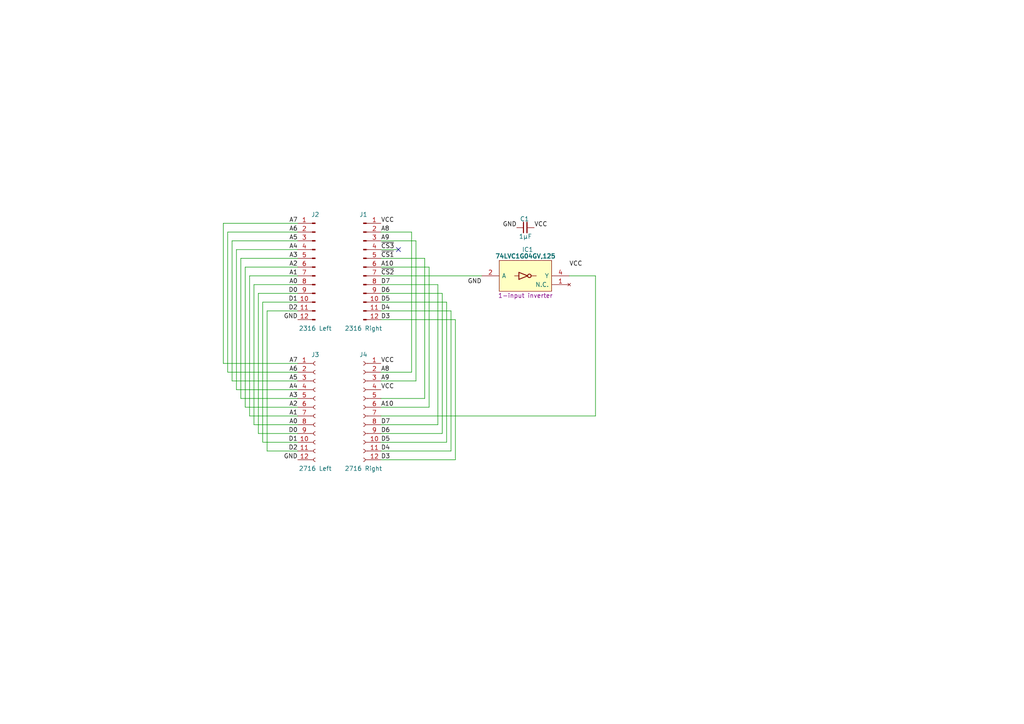
<source format=kicad_sch>
(kicad_sch (version 20250114) (generator "eeschema") (generator_version "9.0")
  (paper "A4")
  (title_block (title "2316 to 2716 ROM Adapter") (date "2025-06-21") (rev "V0"))
  (lib_symbols
    (symbol "Connector:Conn_01x12_Pin" (pin_names (offset 1.016) (hide yes))
      (property "Reference" "J" (at 0 15.24 0))
      (property "Value" "Conn_01x12_Pin" (at 0 -17.78 0))
      (symbol "Conn_01x12_Pin_1_1"
        (rectangle (start 0.8636 12.827) (end 0 12.573) (stroke (width 0.1524)) (fill (type outline)))
        (rectangle (start 0.8636 10.287) (end 0 10.033) (stroke (width 0.1524)) (fill (type outline)))
        (rectangle (start 0.8636 7.747) (end 0 7.493) (stroke (width 0.1524)) (fill (type outline)))
        (rectangle (start 0.8636 5.207) (end 0 4.953) (stroke (width 0.1524)) (fill (type outline)))
        (rectangle (start 0.8636 2.667) (end 0 2.413) (stroke (width 0.1524)) (fill (type outline)))
        (rectangle (start 0.8636 0.127) (end 0 -0.127) (stroke (width 0.1524)) (fill (type outline)))
        (rectangle (start 0.8636 -2.413) (end 0 -2.667) (stroke (width 0.1524)) (fill (type outline)))
        (rectangle (start 0.8636 -4.953) (end 0 -5.207) (stroke (width 0.1524)) (fill (type outline)))
        (rectangle (start 0.8636 -7.493) (end 0 -7.747) (stroke (width 0.1524)) (fill (type outline)))
        (rectangle (start 0.8636 -10.033) (end 0 -10.287) (stroke (width 0.1524)) (fill (type outline)))
        (rectangle (start 0.8636 -12.573) (end 0 -12.827) (stroke (width 0.1524)) (fill (type outline)))
        (rectangle (start 0.8636 -15.113) (end 0 -15.367) (stroke (width 0.1524)) (fill (type outline)))
        (polyline (pts (xy 1.27 12.7) (xy 0.8636 12.7)) (stroke (width 0.1524)))
        (polyline (pts (xy 1.27 10.16) (xy 0.8636 10.16)) (stroke (width 0.1524)))
        (polyline (pts (xy 1.27 7.62) (xy 0.8636 7.62)) (stroke (width 0.1524)))
        (polyline (pts (xy 1.27 5.08) (xy 0.8636 5.08)) (stroke (width 0.1524)))
        (polyline (pts (xy 1.27 2.54) (xy 0.8636 2.54)) (stroke (width 0.1524)))
        (polyline (pts (xy 1.27 0) (xy 0.8636 0)) (stroke (width 0.1524)))
        (polyline (pts (xy 1.27 -2.54) (xy 0.8636 -2.54)) (stroke (width 0.1524)))
        (polyline (pts (xy 1.27 -5.08) (xy 0.8636 -5.08)) (stroke (width 0.1524)))
        (polyline (pts (xy 1.27 -7.62) (xy 0.8636 -7.62)) (stroke (width 0.1524)))
        (polyline (pts (xy 1.27 -10.16) (xy 0.8636 -10.16)) (stroke (width 0.1524)))
        (polyline (pts (xy 1.27 -12.7) (xy 0.8636 -12.7)) (stroke (width 0.1524)))
        (polyline (pts (xy 1.27 -15.24) (xy 0.8636 -15.24)) (stroke (width 0.1524)))
        (pin passive line (at 5.08 12.7 180) (length 3.81) (name "Pin_1") (number "1"))
        (pin passive line (at 5.08 10.16 180) (length 3.81) (name "Pin_2") (number "2"))
        (pin passive line (at 5.08 7.62 180) (length 3.81) (name "Pin_3") (number "3"))
        (pin passive line (at 5.08 5.08 180) (length 3.81) (name "Pin_4") (number "4"))
        (pin passive line (at 5.08 2.54 180) (length 3.81) (name "Pin_5") (number "5"))
        (pin passive line (at 5.08 0 180) (length 3.81) (name "Pin_6") (number "6"))
        (pin passive line (at 5.08 -2.54 180) (length 3.81) (name "Pin_7") (number "7"))
        (pin passive line (at 5.08 -5.08 180) (length 3.81) (name "Pin_8") (number "8"))
        (pin passive line (at 5.08 -7.62 180) (length 3.81) (name "Pin_9") (number "9"))
        (pin passive line (at 5.08 -10.16 180) (length 3.81) (name "Pin_10") (number "10"))
        (pin passive line (at 5.08 -12.7 180) (length 3.81) (name "Pin_11") (number "11"))
        (pin passive line (at 5.08 -15.24 180) (length 3.81) (name "Pin_12") (number "12"))
      )
    )
    (symbol "Connector:Conn_01x12_Socket" (pin_names (offset 1.016) (hide yes))
      (property "Reference" "J" (at 0 15.24 0))
      (property "Value" "Conn_01x12_Socket" (at 0 -17.78 0))
      (symbol "Conn_01x12_Socket_1_1"
        (polyline (pts (xy -1.27 12.7) (xy -0.508 12.7)) (stroke (width 0.1524)))
        (polyline (pts (xy -1.27 10.16) (xy -0.508 10.16)) (stroke (width 0.1524)))
        (polyline (pts (xy -1.27 7.62) (xy -0.508 7.62)) (stroke (width 0.1524)))
        (polyline (pts (xy -1.27 5.08) (xy -0.508 5.08)) (stroke (width 0.1524)))
        (polyline (pts (xy -1.27 2.54) (xy -0.508 2.54)) (stroke (width 0.1524)))
        (polyline (pts (xy -1.27 0) (xy -0.508 0)) (stroke (width 0.1524)))
        (polyline (pts (xy -1.27 -2.54) (xy -0.508 -2.54)) (stroke (width 0.1524)))
        (polyline (pts (xy -1.27 -5.08) (xy -0.508 -5.08)) (stroke (width 0.1524)))
        (polyline (pts (xy -1.27 -7.62) (xy -0.508 -7.62)) (stroke (width 0.1524)))
        (polyline (pts (xy -1.27 -10.16) (xy -0.508 -10.16)) (stroke (width 0.1524)))
        (polyline (pts (xy -1.27 -12.7) (xy -0.508 -12.7)) (stroke (width 0.1524)))
        (polyline (pts (xy -1.27 -15.24) (xy -0.508 -15.24)) (stroke (width 0.1524)))
        (arc (start 0 12.192) (mid -0.5058 12.7) (end 0 13.208) (stroke (width 0.1524)))
        (arc (start 0 9.652) (mid -0.5058 10.16) (end 0 10.668) (stroke (width 0.1524)))
        (arc (start 0 7.112) (mid -0.5058 7.62) (end 0 8.128) (stroke (width 0.1524)))
        (arc (start 0 4.572) (mid -0.5058 5.08) (end 0 5.588) (stroke (width 0.1524)))
        (arc (start 0 2.032) (mid -0.5058 2.54) (end 0 3.048) (stroke (width 0.1524)))
        (arc (start 0 -0.508) (mid -0.5058 0) (end 0 0.508) (stroke (width 0.1524)))
        (arc (start 0 -3.048) (mid -0.5058 -2.54) (end 0 -2.032) (stroke (width 0.1524)))
        (arc (start 0 -5.588) (mid -0.5058 -5.08) (end 0 -4.572) (stroke (width 0.1524)))
        (arc (start 0 -8.128) (mid -0.5058 -7.62) (end 0 -7.112) (stroke (width 0.1524)))
        (arc (start 0 -10.668) (mid -0.5058 -10.16) (end 0 -9.652) (stroke (width 0.1524)))
        (arc (start 0 -13.208) (mid -0.5058 -12.7) (end 0 -12.192) (stroke (width 0.1524)))
        (arc (start 0 -15.748) (mid -0.5058 -15.24) (end 0 -14.732) (stroke (width 0.1524)))
        (pin passive line (at -5.08 12.7 0) (length 3.81) (name "Pin_1") (number "1"))
        (pin passive line (at -5.08 10.16 0) (length 3.81) (name "Pin_2") (number "2"))
        (pin passive line (at -5.08 7.62 0) (length 3.81) (name "Pin_3") (number "3"))
        (pin passive line (at -5.08 5.08 0) (length 3.81) (name "Pin_4") (number "4"))
        (pin passive line (at -5.08 2.54 0) (length 3.81) (name "Pin_5") (number "5"))
        (pin passive line (at -5.08 0 0) (length 3.81) (name "Pin_6") (number "6"))
        (pin passive line (at -5.08 -2.54 0) (length 3.81) (name "Pin_7") (number "7"))
        (pin passive line (at -5.08 -5.08 0) (length 3.81) (name "Pin_8") (number "8"))
        (pin passive line (at -5.08 -7.62 0) (length 3.81) (name "Pin_9") (number "9"))
        (pin passive line (at -5.08 -10.16 0) (length 3.81) (name "Pin_10") (number "10"))
        (pin passive line (at -5.08 -12.7 0) (length 3.81) (name "Pin_11") (number "11"))
        (pin passive line (at -5.08 -15.24 0) (length 3.81) (name "Pin_12") (number "12"))
      )
    )
    (symbol "HCP65:C_0805" (pin_numbers (hide yes)) (pin_names (offset 0.254) (hide yes))
      (property "Reference" "C" (at 2.286 2.54 0))
      (property "Value" "?μF" (at 2.54 -2.54 0))
      (symbol "C_0805_0_1"
        (polyline (pts (xy 1.9685 -1.4605) (xy 1.9685 1.5875)) (stroke (width 0.3048)))
        (polyline (pts (xy 2.9845 -1.4605) (xy 2.9845 1.5875)) (stroke (width 0.3302)))
      )
      (symbol "C_0805_1_1"
        (pin passive line (at 0 0 0) (length 2.032) (name "~") (number "1"))
        (pin passive line (at 5.08 0 180) (length 2.032) (name "~") (number "2"))
      )
    )
    (symbol "Nexperia:74LVC1G04GV,125" (pin_names (offset 0.762))
      (property "Reference" "IC" (at 13.335 5.08 0))
      (property "Value" "74LVC1G04GV,125" (at 12.7 3.175 0))
      (property "Description" "1-input inverter" (at 12.7 -8.255 0))
      (symbol "74LVC1G04GV,125_0_0"
        (pin input line (at 0 -2.54 0) (length 5.08) (name "A") (number "2"))
        (pin passive line (at 0 -5.08 0) (length 5.08) (hide yes) (name "GND") (number "3"))
        (pin passive line (at 25.4 0 180) (length 5.08) (hide yes) (name "3V") (number "5"))
        (pin output line (at 25.4 -2.54 180) (length 5.08) (name "Y") (number "4"))
        (pin no_connect line (at 25.4 -5.08 180) (length 5.08) (name "N.C.") (number "1"))
      )
      (symbol "74LVC1G04GV,125_0_1"
        (polyline (pts (xy 5.08 1.905) (xy 20.32 1.905) (xy 20.32 -6.985) (xy 5.08 -6.985) (xy 5.08 1.905)) (stroke (width 0.1524)) (fill (type background)))
        (polyline (pts (xy 9.525 -2.54) (xy 10.7949 -2.54)))
        (rectangle (start 10.795 -1.524) (end 10.795 -3.556) (stroke (width 0.254)) (fill (type background)))
        (polyline (pts (xy 10.795 -3.556) (xy 13.335 -2.54) (xy 10.795 -1.524)) (stroke (width 0.254)))
        (circle (center 13.843 -2.54) (radius 0.508) (stroke (width 0.254)))
        (polyline (pts (xy 14.351 -2.54) (xy 15.875 -2.54)))
      )
    )
  )
  (no_connect (at 115.57 72.39))
  (wire (pts (xy 86.36 130.81) (xy 77.47 130.81)))
  (wire (pts (xy 128.27 125.73) (xy 128.27 85.09)))
  (wire (pts (xy 66.04 107.95) (xy 86.36 107.95)))
  (wire (pts (xy 86.36 72.39) (xy 68.58 72.39)))
  (wire (pts (xy 128.27 85.09) (xy 110.49 85.09)))
  (wire (pts (xy 86.36 74.93) (xy 69.85 74.93)))
  (wire (pts (xy 119.38 107.95) (xy 110.49 107.95)))
  (wire (pts (xy 64.77 105.41) (xy 86.36 105.41)))
  (wire (pts (xy 129.54 128.27) (xy 129.54 87.63)))
  (wire (pts (xy 110.49 130.81) (xy 130.81 130.81)))
  (wire (pts (xy 110.49 67.31) (xy 119.38 67.31)))
  (wire (pts (xy 123.19 115.57) (xy 123.19 74.93)))
  (wire (pts (xy 86.36 69.85) (xy 67.31 69.85)))
  (wire (pts (xy 76.2 128.27) (xy 86.36 128.27)))
  (wire (pts (xy 86.36 80.01) (xy 72.39 80.01)))
  (wire (pts (xy 172.72 120.65) (xy 172.72 80.01)))
  (wire (pts (xy 124.46 118.11) (xy 124.46 77.47)))
  (wire (pts (xy 119.38 67.31) (xy 119.38 107.95)))
  (wire (pts (xy 130.81 130.81) (xy 130.81 90.17)))
  (wire (pts (xy 120.65 110.49) (xy 120.65 69.85)))
  (wire (pts (xy 72.39 120.65) (xy 86.36 120.65)))
  (wire (pts (xy 110.49 118.11) (xy 124.46 118.11)))
  (wire (pts (xy 86.36 85.09) (xy 74.93 85.09)))
  (wire (pts (xy 71.12 77.47) (xy 71.12 118.11)))
  (wire (pts (xy 77.47 90.17) (xy 86.36 90.17)))
  (wire (pts (xy 86.36 67.31) (xy 66.04 67.31)))
  (wire (pts (xy 66.04 67.31) (xy 66.04 107.95)))
  (wire (pts (xy 73.66 82.55) (xy 73.66 123.19)))
  (wire (pts (xy 110.49 110.49) (xy 120.65 110.49)))
  (wire (pts (xy 132.08 92.71) (xy 110.49 92.71)))
  (wire (pts (xy 172.72 80.01) (xy 165.1 80.01)))
  (wire (pts (xy 110.49 125.73) (xy 128.27 125.73)))
  (wire (pts (xy 120.65 69.85) (xy 110.49 69.85)))
  (wire (pts (xy 110.49 133.35) (xy 132.08 133.35)))
  (wire (pts (xy 76.2 87.63) (xy 76.2 128.27)))
  (wire (pts (xy 129.54 87.63) (xy 110.49 87.63)))
  (wire (pts (xy 77.47 130.81) (xy 77.47 90.17)))
  (wire (pts (xy 110.49 128.27) (xy 129.54 128.27)))
  (wire (pts (xy 110.49 80.01) (xy 139.7 80.01)))
  (wire (pts (xy 86.36 64.77) (xy 64.77 64.77)))
  (wire (pts (xy 74.93 125.73) (xy 86.36 125.73)))
  (wire (pts (xy 86.36 87.63) (xy 76.2 87.63)))
  (wire (pts (xy 64.77 64.77) (xy 64.77 105.41)))
  (wire (pts (xy 68.58 72.39) (xy 68.58 113.03)))
  (wire (pts (xy 69.85 74.93) (xy 69.85 115.57)))
  (wire (pts (xy 86.36 82.55) (xy 73.66 82.55)))
  (wire (pts (xy 110.49 115.57) (xy 123.19 115.57)))
  (wire (pts (xy 110.49 72.39) (xy 115.57 72.39)))
  (wire (pts (xy 110.49 120.65) (xy 172.72 120.65)))
  (wire (pts (xy 124.46 77.47) (xy 110.49 77.47)))
  (wire (pts (xy 69.85 115.57) (xy 86.36 115.57)))
  (wire (pts (xy 123.19 74.93) (xy 110.49 74.93)))
  (wire (pts (xy 71.12 118.11) (xy 86.36 118.11)))
  (wire (pts (xy 73.66 123.19) (xy 86.36 123.19)))
  (wire (pts (xy 86.36 77.47) (xy 71.12 77.47)))
  (wire (pts (xy 127 123.19) (xy 127 82.55)))
  (wire (pts (xy 67.31 69.85) (xy 67.31 110.49)))
  (wire (pts (xy 68.58 113.03) (xy 86.36 113.03)))
  (wire (pts (xy 72.39 80.01) (xy 72.39 120.65)))
  (wire (pts (xy 110.49 123.19) (xy 127 123.19)))
  (wire (pts (xy 74.93 85.09) (xy 74.93 125.73)))
  (wire (pts (xy 67.31 110.49) (xy 86.36 110.49)))
  (wire (pts (xy 127 82.55) (xy 110.49 82.55)))
  (wire (pts (xy 130.81 90.17) (xy 110.49 90.17)))
  (wire (pts (xy 132.08 133.35) (xy 132.08 92.71)))
  (label "D4" (at 110.49 90.17 0))
  (label "A5" (at 86.36 110.49 180))
  (label "D7" (at 110.49 82.55 0))
  (label "A1" (at 86.36 120.65 180))
  (label "D6" (at 110.49 125.73 0))
  (label "A6" (at 86.36 107.95 180))
  (label "A9" (at 110.49 69.85 0))
  (label "A4" (at 86.36 72.39 180))
  (label "A10" (at 110.49 118.11 0))
  (label "D6" (at 110.49 85.09 0))
  (label "VCC" (at 110.49 64.77 0))
  (label "A7" (at 86.36 64.77 180))
  (label "A4" (at 86.36 113.03 180))
  (label "D4" (at 110.49 130.81 0))
  (label "A5" (at 86.36 69.85 180))
  (label "A0" (at 86.36 123.19 180))
  (label "D0" (at 86.36 85.09 180))
  (label "D3" (at 110.49 133.35 0))
  (label "~{CS2}" (at 110.49 80.01 0))
  (label "D2" (at 86.36 90.17 180))
  (label "A2" (at 86.36 118.11 180))
  (label "A7" (at 86.36 105.41 180))
  (label "D5" (at 110.49 87.63 0))
  (label "GND" (at 139.7 82.55 180))
  (label "GND" (at 86.36 92.71 180))
  (label "D0" (at 86.36 125.73 180))
  (label "A1" (at 86.36 80.01 180))
  (label "A9" (at 110.49 110.49 0))
  (label "GND" (at 86.36 133.35 180))
  (label "D5" (at 110.49 128.27 0))
  (label "A8" (at 110.49 67.31 0))
  (label "VCC" (at 110.49 113.03 0))
  (label "~{CS3}" (at 110.49 72.39 0))
  (label "~{CS1}" (at 110.49 74.93 0))
  (label "A0" (at 86.36 82.55 180))
  (label "VCC" (at 165.1 77.47 0))
  (label "VCC" (at 110.49 105.41 0))
  (label "A3" (at 86.36 115.57 180))
  (label "D7" (at 110.49 123.19 0))
  (label "A8" (at 110.49 107.95 0))
  (label "GND" (at 149.86 66.04 180))
  (label "D1" (at 86.36 128.27 180))
  (label "A3" (at 86.36 74.93 180))
  (label "VCC" (at 154.94 66.04 0))
  (label "A2" (at 86.36 77.47 180))
  (label "D2" (at 86.36 130.81 180))
  (label "D1" (at 86.36 87.63 180))
  (label "A10" (at 110.49 77.47 0))
  (label "A6" (at 86.36 67.31 180))
  (label "D3" (at 110.49 92.71 0))
  (symbol (lib_id "Connector:Conn_01x12_Socket") (at 91.44 118.11 0) (unit 1)
    (property "Reference" "J3" (at 91.44 102.87 0))
    (property "Value" "2716 Left" (at 91.44 135.89 0))
    (property "Footprint" "SamacSys_Parts:Pin_1x12_P2.54mm_Vertical" (effects (hide yes)))
    (property "Description" "Generic connector, single row, 01x12, script generated" (effects (hide yes)))
  )
  (symbol (lib_id "Connector:Conn_01x12_Pin") (at 105.41 77.47 0) (unit 1)
    (property "Reference" "J1" (at 105.41 62.23 0))
    (property "Value" "2316 Right" (at 105.41 95.25 0))
    (property "Footprint" "SamacSys_Parts:Pin_1x12_P2.54mm_Vertical" (effects (hide yes)))
    (property "Description" "Generic connector, single row, 01x12, script generated" (effects (hide yes)))
  )
  (symbol (lib_id "HCP65:C_0805") (at 149.86 66.04 0) (unit 1)
    (property "Reference" "C1" (at 152.146 63.5 0))
    (property "Value" "1μF" (at 152.4 68.58 0))
    (property "Footprint" "SamacSys_Parts:C_0805" (effects (hide yes)))
  )
  (symbol (lib_id "Connector:Conn_01x12_Socket") (at 105.41 118.11 0) (mirror y) (unit 1)
    (property "Reference" "J4" (at 105.41 102.87 0))
    (property "Value" "2716 Right" (at 105.41 135.89 0))
    (property "Footprint" "SamacSys_Parts:Pin_1x12_P2.54mm_Vertical" (effects (hide yes)))
    (property "Description" "Generic connector, single row, 01x12, script generated" (effects (hide yes)))
  )
  (symbol (lib_id "Connector:Conn_01x12_Pin") (at 91.44 77.47 0) (mirror y) (unit 1)
    (property "Reference" "J2" (at 91.44 62.23 0))
    (property "Value" "2316 Left" (at 91.44 95.25 0))
    (property "Footprint" "SamacSys_Parts:Pin_1x12_P2.54mm_Vertical" (effects (hide yes)))
    (property "Description" "Generic connector, single row, 01x12, script generated" (effects (hide yes)))
  )
  (symbol (lib_id "Nexperia:74LVC1G04GV,125") (at 139.7 77.47 0) (unit 1)
    (property "Reference" "IC1" (at 153.035 72.39 0))
    (property "Value" "74LVC1G04GV,125" (at 152.4 74.295 0) (effects (font (bold yes))))
    (property "Footprint" "SamacSys_Parts:SOT95P275X110-5N" (effects (hide yes)))
    (property "Datasheet" "https://assets.nexperia.com/documents/data-sheet/74LVC1G04.pdf" (effects (hide yes)))
    (property "Description" "1-input inverter" (at 152.4 85.725 0))
    (property "Height" "1.1" (effects (hide yes)))
    (property "Manufacturer_Name" "Nexperia" (effects (hide yes)))
    (property "Manufacturer_Part_Number" "74LVC1G04GV,125" (effects (hide yes)))
    (property "Mouser Part Number" "771-74LVC1G04GV" (effects (hide yes)))
    (property "Mouser Price/Stock" "https://www.mouser.co.uk/ProductDetail/Nexperia/74LVC1G04GV125?qs=me8TqzrmIYW6McwMAxl%2F9w%3D%3D" (effects (hide yes)))
    (property "Silkscreen" "'1G04" (effects (hide yes)))
  )
)
</source>
